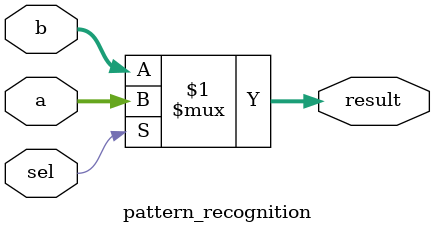
<source format=v>
module pattern_recognition(	// test2.cleaned.mlir:2:3
  input  [3:0] a,	// test2.cleaned.mlir:2:37
               b,	// test2.cleaned.mlir:2:49
  input        sel,	// test2.cleaned.mlir:2:61
  output [3:0] result	// test2.cleaned.mlir:2:76
);

  assign result = sel ? a : b;	// test2.cleaned.mlir:3:10, :4:5
endmodule


</source>
